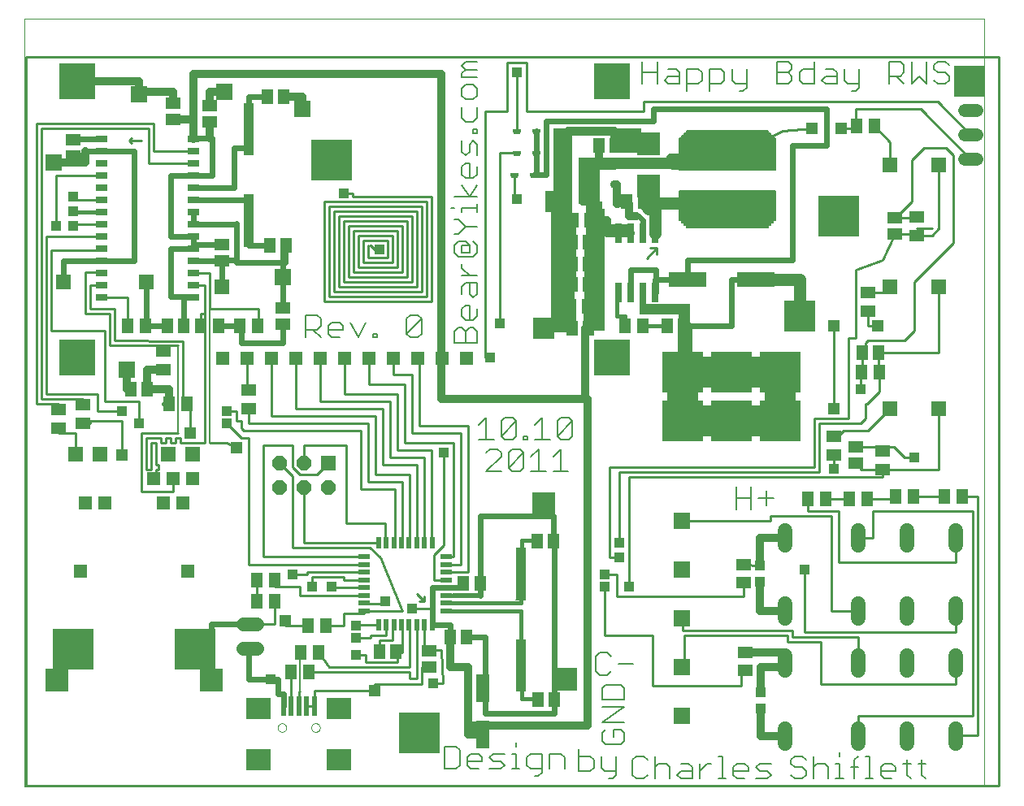
<source format=gtl>
G75*
G70*
%OFA0B0*%
%FSLAX24Y24*%
%IPPOS*%
%LPD*%
%AMOC8*
5,1,8,0,0,1.08239X$1,22.5*
%
%ADD10C,0.0000*%
%ADD11R,0.1110X0.0220*%
%ADD12C,0.0080*%
%ADD13R,0.0140X0.0020*%
%ADD14R,0.0260X0.0560*%
%ADD15R,0.2100X0.0400*%
%ADD16R,0.0500X0.0400*%
%ADD17R,0.0600X0.0900*%
%ADD18R,0.0600X0.0500*%
%ADD19R,0.0900X0.0500*%
%ADD20R,0.0600X0.5000*%
%ADD21R,0.3900X0.0400*%
%ADD22R,0.0900X0.1600*%
%ADD23R,0.0600X0.0400*%
%ADD24R,0.0500X0.0200*%
%ADD25R,0.0800X0.4800*%
%ADD26R,0.0600X0.2600*%
%ADD27R,0.1700X0.0300*%
%ADD28R,0.1000X0.0800*%
%ADD29R,0.1100X0.0400*%
%ADD30R,0.0400X0.0300*%
%ADD31R,0.0500X0.0220*%
%ADD32R,0.0220X0.0500*%
%ADD33R,0.1660X0.1660*%
%ADD34R,0.0945X0.0945*%
%ADD35R,0.0554X0.0554*%
%ADD36R,0.0594X0.0594*%
%ADD37R,0.0512X0.0591*%
%ADD38R,0.0591X0.0512*%
%ADD39C,0.0520*%
%ADD40R,0.0984X0.0866*%
%ADD41R,0.0197X0.0787*%
%ADD42R,0.0512X0.0630*%
%ADD43R,0.0630X0.0512*%
%ADD44C,0.0600*%
%ADD45R,0.0600X0.0600*%
%ADD46OC8,0.0600*%
%ADD47R,0.0260X0.0800*%
%ADD48R,0.0320X0.0160*%
%ADD49R,0.0315X0.0197*%
%ADD50R,0.0315X0.0157*%
%ADD51R,0.0160X0.0320*%
%ADD52R,0.0197X0.0315*%
%ADD53R,0.0157X0.0315*%
%ADD54R,0.1575X0.0630*%
%ADD55R,0.0650X0.0650*%
%ADD56R,0.0394X0.0433*%
%ADD57R,0.0394X0.2067*%
%ADD58R,0.0394X0.0197*%
%ADD59R,0.0394X0.2165*%
%ADD60R,0.0500X0.0250*%
%ADD61C,0.0050*%
%ADD62R,0.0500X0.0300*%
%ADD63R,0.0551X0.1181*%
%ADD64C,0.0560*%
%ADD65C,0.0100*%
%ADD66C,0.0160*%
%ADD67R,0.0396X0.0396*%
%ADD68C,0.0240*%
%ADD69R,0.0475X0.0475*%
%ADD70C,0.0320*%
%ADD71C,0.0500*%
%ADD72R,0.0591X0.0591*%
%ADD73R,0.1266X0.1266*%
%ADD74R,0.1502X0.1502*%
%ADD75R,0.0886X0.0886*%
D10*
X000514Y000202D02*
X000514Y031698D01*
X039884Y031698D01*
X039884Y000202D01*
X000514Y000202D01*
X010904Y002631D02*
X010906Y002657D01*
X010912Y002683D01*
X010922Y002708D01*
X010935Y002731D01*
X010951Y002751D01*
X010971Y002769D01*
X010993Y002784D01*
X011016Y002796D01*
X011042Y002804D01*
X011068Y002808D01*
X011094Y002808D01*
X011120Y002804D01*
X011146Y002796D01*
X011170Y002784D01*
X011191Y002769D01*
X011211Y002751D01*
X011227Y002731D01*
X011240Y002708D01*
X011250Y002683D01*
X011256Y002657D01*
X011258Y002631D01*
X011256Y002605D01*
X011250Y002579D01*
X011240Y002554D01*
X011227Y002531D01*
X011211Y002511D01*
X011191Y002493D01*
X011169Y002478D01*
X011146Y002466D01*
X011120Y002458D01*
X011094Y002454D01*
X011068Y002454D01*
X011042Y002458D01*
X011016Y002466D01*
X010992Y002478D01*
X010971Y002493D01*
X010951Y002511D01*
X010935Y002531D01*
X010922Y002554D01*
X010912Y002579D01*
X010906Y002605D01*
X010904Y002631D01*
X012282Y002631D02*
X012284Y002657D01*
X012290Y002683D01*
X012300Y002708D01*
X012313Y002731D01*
X012329Y002751D01*
X012349Y002769D01*
X012371Y002784D01*
X012394Y002796D01*
X012420Y002804D01*
X012446Y002808D01*
X012472Y002808D01*
X012498Y002804D01*
X012524Y002796D01*
X012548Y002784D01*
X012569Y002769D01*
X012589Y002751D01*
X012605Y002731D01*
X012618Y002708D01*
X012628Y002683D01*
X012634Y002657D01*
X012636Y002631D01*
X012634Y002605D01*
X012628Y002579D01*
X012618Y002554D01*
X012605Y002531D01*
X012589Y002511D01*
X012569Y002493D01*
X012547Y002478D01*
X012524Y002466D01*
X012498Y002458D01*
X012472Y002454D01*
X012446Y002454D01*
X012420Y002458D01*
X012394Y002466D01*
X012370Y002478D01*
X012349Y002493D01*
X012329Y002511D01*
X012313Y002531D01*
X012300Y002554D01*
X012290Y002579D01*
X012284Y002605D01*
X012282Y002631D01*
D11*
X018629Y008062D03*
D12*
X023954Y005559D02*
X023954Y004945D01*
X024107Y004792D01*
X024414Y004792D01*
X024568Y004945D01*
X024875Y005252D02*
X025489Y005252D01*
X024568Y005559D02*
X024414Y005712D01*
X024107Y005712D01*
X023954Y005559D01*
X024357Y004397D02*
X024203Y004243D01*
X024203Y003783D01*
X025124Y003783D01*
X025124Y004243D01*
X024971Y004397D01*
X024357Y004397D01*
X024203Y003476D02*
X025124Y003476D01*
X024203Y002862D01*
X025124Y002862D01*
X024971Y002555D02*
X024664Y002555D01*
X024664Y002248D01*
X024357Y001942D02*
X024971Y001942D01*
X025124Y002095D01*
X025124Y002402D01*
X024971Y002555D01*
X024357Y002555D02*
X024203Y002402D01*
X024203Y002095D01*
X024357Y001942D01*
X024175Y001455D02*
X024175Y000995D01*
X024328Y000842D01*
X024789Y000842D01*
X024789Y000688D02*
X024635Y000535D01*
X024482Y000535D01*
X024789Y000688D02*
X024789Y001455D01*
X025454Y001309D02*
X025454Y000695D01*
X025607Y000542D01*
X025914Y000542D01*
X026068Y000695D01*
X026375Y000542D02*
X026375Y001462D01*
X026528Y001155D02*
X026835Y001155D01*
X026989Y001002D01*
X026989Y000542D01*
X027296Y000695D02*
X027449Y000848D01*
X027909Y000848D01*
X027909Y001002D02*
X027756Y001155D01*
X027449Y001155D01*
X027296Y000695D02*
X027449Y000542D01*
X027909Y000542D01*
X027909Y001002D01*
X028216Y001155D02*
X028216Y000542D01*
X028216Y000848D02*
X028523Y001155D01*
X028677Y001155D01*
X028984Y001462D02*
X029137Y001462D01*
X029137Y000542D01*
X028984Y000542D02*
X029290Y000542D01*
X029597Y000695D02*
X029597Y001002D01*
X029751Y001155D01*
X030058Y001155D01*
X030211Y001002D01*
X030211Y000848D01*
X029597Y000848D01*
X029597Y000695D02*
X029751Y000542D01*
X030058Y000542D01*
X030518Y000542D02*
X030978Y000542D01*
X031132Y000695D01*
X030978Y000848D01*
X030672Y000848D01*
X030518Y001002D01*
X030672Y001155D01*
X031132Y001155D01*
X031954Y001155D02*
X032107Y001002D01*
X032414Y001002D01*
X032568Y000848D01*
X032568Y000695D01*
X032414Y000542D01*
X032107Y000542D01*
X031954Y000695D01*
X031954Y001155D02*
X031954Y001309D01*
X032107Y001462D01*
X032414Y001462D01*
X032568Y001309D01*
X032875Y001462D02*
X032875Y000542D01*
X033489Y000542D02*
X033489Y001002D01*
X033335Y001155D01*
X033028Y001155D01*
X032875Y001002D01*
X033796Y001155D02*
X033949Y001155D01*
X033949Y000542D01*
X033796Y000542D02*
X034102Y000542D01*
X034563Y000542D02*
X034563Y001309D01*
X034716Y001462D01*
X035023Y001462D02*
X035177Y001462D01*
X035177Y000542D01*
X035330Y000542D02*
X035023Y000542D01*
X034716Y001002D02*
X034409Y001002D01*
X033949Y001462D02*
X033949Y001616D01*
X035637Y001002D02*
X035637Y000695D01*
X035790Y000542D01*
X036097Y000542D01*
X036251Y000848D02*
X035637Y000848D01*
X035637Y001002D02*
X035790Y001155D01*
X036097Y001155D01*
X036251Y001002D01*
X036251Y000848D01*
X036558Y001155D02*
X036865Y001155D01*
X036711Y001309D02*
X036711Y000695D01*
X036865Y000542D01*
X037325Y000695D02*
X037478Y000542D01*
X037325Y000695D02*
X037325Y001309D01*
X037172Y001155D02*
X037478Y001155D01*
X026528Y001155D02*
X026375Y001002D01*
X026068Y001309D02*
X025914Y001462D01*
X025607Y001462D01*
X025454Y001309D01*
X023868Y001302D02*
X023868Y000995D01*
X023714Y000842D01*
X023254Y000842D01*
X023254Y001762D01*
X023254Y001455D02*
X023714Y001455D01*
X023868Y001302D01*
X022665Y001402D02*
X022665Y000942D01*
X022665Y001402D02*
X022511Y001555D01*
X022051Y001555D01*
X022051Y000942D01*
X021744Y000942D02*
X021284Y000942D01*
X021130Y001095D01*
X021130Y001402D01*
X021284Y001555D01*
X021744Y001555D01*
X021744Y000788D01*
X021590Y000635D01*
X021437Y000635D01*
X020823Y000942D02*
X020516Y000942D01*
X020670Y000942D02*
X020670Y001555D01*
X020516Y001555D01*
X020209Y001555D02*
X019749Y001555D01*
X019596Y001402D01*
X019749Y001248D01*
X020056Y001248D01*
X020209Y001095D01*
X020056Y000942D01*
X019596Y000942D01*
X019289Y001248D02*
X018675Y001248D01*
X018675Y001095D02*
X018675Y001402D01*
X018828Y001555D01*
X019135Y001555D01*
X019289Y001402D01*
X019289Y001248D01*
X019135Y000942D02*
X018828Y000942D01*
X018675Y001095D01*
X018368Y001095D02*
X018214Y000942D01*
X017754Y000942D01*
X017754Y001862D01*
X018214Y001862D01*
X018368Y001709D01*
X018368Y001095D01*
X020670Y001862D02*
X020670Y002016D01*
X011814Y004102D02*
X011814Y005702D01*
X019454Y013142D02*
X020068Y013755D01*
X020068Y013909D01*
X019914Y014062D01*
X019607Y014062D01*
X019454Y013909D01*
X019461Y014442D02*
X019461Y015362D01*
X019154Y015055D01*
X019154Y014442D02*
X019768Y014442D01*
X020075Y014595D02*
X020689Y015209D01*
X020689Y014595D01*
X020535Y014442D01*
X020228Y014442D01*
X020075Y014595D01*
X020075Y015209D01*
X020228Y015362D01*
X020535Y015362D01*
X020689Y015209D01*
X020996Y014595D02*
X021149Y014595D01*
X021149Y014442D01*
X020996Y014442D01*
X020996Y014595D01*
X021456Y014442D02*
X022070Y014442D01*
X021763Y014442D02*
X021763Y015362D01*
X021456Y015055D01*
X022377Y015209D02*
X022377Y014595D01*
X022990Y015209D01*
X022990Y014595D01*
X022837Y014442D01*
X022530Y014442D01*
X022377Y014595D01*
X022523Y014062D02*
X022523Y013142D01*
X022216Y013142D02*
X022830Y013142D01*
X022216Y013755D02*
X022523Y014062D01*
X021602Y014062D02*
X021602Y013142D01*
X021296Y013142D02*
X021909Y013142D01*
X021296Y013755D02*
X021602Y014062D01*
X020989Y013909D02*
X020375Y013295D01*
X020528Y013142D01*
X020835Y013142D01*
X020989Y013295D01*
X020989Y013909D01*
X020835Y014062D01*
X020528Y014062D01*
X020375Y013909D01*
X020375Y013295D01*
X020068Y013142D02*
X019454Y013142D01*
X022377Y015209D02*
X022530Y015362D01*
X022837Y015362D01*
X022990Y015209D01*
X019074Y018425D02*
X019074Y018885D01*
X018921Y019039D01*
X018767Y019039D01*
X018614Y018885D01*
X018614Y018425D01*
X019074Y018425D02*
X018153Y018425D01*
X018153Y018885D01*
X018307Y019039D01*
X018460Y019039D01*
X018614Y018885D01*
X018614Y019346D02*
X018460Y019499D01*
X018460Y019806D01*
X018614Y019959D01*
X018767Y019959D01*
X018767Y019346D01*
X018614Y019346D02*
X018921Y019346D01*
X019074Y019499D01*
X019074Y019806D01*
X018921Y020266D02*
X018767Y020420D01*
X018767Y020880D01*
X018614Y020880D02*
X019074Y020880D01*
X019074Y020420D01*
X018921Y020266D01*
X018460Y020420D02*
X018460Y020727D01*
X018614Y020880D01*
X018767Y021187D02*
X018460Y021494D01*
X018460Y021647D01*
X018307Y021954D02*
X018153Y022108D01*
X018153Y022415D01*
X018307Y022568D01*
X018614Y022568D01*
X018767Y022415D01*
X018460Y022415D01*
X018460Y022108D01*
X018767Y022108D01*
X018767Y022415D01*
X018921Y022568D02*
X019074Y022415D01*
X019074Y022108D01*
X018921Y021954D01*
X018307Y021954D01*
X018307Y022875D02*
X018614Y023182D01*
X019074Y023182D01*
X018614Y023182D02*
X018307Y023489D01*
X018153Y023489D01*
X018460Y023796D02*
X018460Y023949D01*
X019074Y023949D01*
X019074Y023796D02*
X019074Y024103D01*
X019074Y024410D02*
X018153Y024410D01*
X018153Y023949D02*
X018000Y023949D01*
X018767Y024410D02*
X018460Y024870D01*
X018614Y025177D02*
X018460Y025330D01*
X018460Y025637D01*
X018614Y025791D01*
X018767Y025791D01*
X018767Y025177D01*
X018614Y025177D02*
X018921Y025177D01*
X019074Y025330D01*
X019074Y025637D01*
X019074Y026098D02*
X019074Y026558D01*
X018921Y026712D01*
X018767Y026558D01*
X018767Y026251D01*
X018614Y026098D01*
X018460Y026251D01*
X018460Y026712D01*
X018921Y027018D02*
X018921Y027172D01*
X019074Y027172D01*
X019074Y027018D01*
X018921Y027018D01*
X018921Y027479D02*
X018614Y027479D01*
X018460Y027632D01*
X018460Y028093D01*
X018614Y028400D02*
X018921Y028400D01*
X019074Y028553D01*
X019074Y028860D01*
X018921Y029013D01*
X018614Y029013D01*
X018460Y028860D01*
X018460Y028553D01*
X018614Y028400D01*
X019074Y028093D02*
X019074Y027632D01*
X018921Y027479D01*
X019074Y029320D02*
X018460Y029320D01*
X018460Y029474D01*
X018614Y029627D01*
X018460Y029781D01*
X018614Y029934D01*
X019074Y029934D01*
X019074Y029627D02*
X018614Y029627D01*
X019074Y024870D02*
X018767Y024410D01*
X018307Y022875D02*
X018153Y022875D01*
X018460Y021187D02*
X019074Y021187D01*
X016811Y019409D02*
X016197Y018795D01*
X016351Y018642D01*
X016658Y018642D01*
X016811Y018795D01*
X016811Y019409D01*
X016658Y019562D01*
X016351Y019562D01*
X016197Y019409D01*
X016197Y018795D01*
X014970Y018795D02*
X014970Y018642D01*
X014816Y018642D01*
X014816Y018795D01*
X014970Y018795D01*
X014509Y019255D02*
X014202Y018642D01*
X013896Y019255D01*
X013589Y019102D02*
X013589Y018948D01*
X012975Y018948D01*
X012975Y018795D02*
X012975Y019102D01*
X013128Y019255D01*
X013435Y019255D01*
X013589Y019102D01*
X013435Y018642D02*
X013128Y018642D01*
X012975Y018795D01*
X012668Y018642D02*
X012361Y018948D01*
X012514Y018948D02*
X012054Y018948D01*
X012054Y018642D02*
X012054Y019562D01*
X012514Y019562D01*
X012668Y019409D01*
X012668Y019102D01*
X012514Y018948D01*
X008114Y019802D02*
X008114Y014302D01*
X006814Y014702D02*
X006814Y018302D01*
X025854Y029042D02*
X025854Y029962D01*
X026468Y029962D02*
X026468Y029042D01*
X026775Y029195D02*
X026928Y029348D01*
X027389Y029348D01*
X027389Y029502D02*
X027389Y029042D01*
X026928Y029042D01*
X026775Y029195D01*
X026468Y029502D02*
X025854Y029502D01*
X026928Y029655D02*
X027235Y029655D01*
X027389Y029502D01*
X027696Y029655D02*
X028156Y029655D01*
X028309Y029502D01*
X028309Y029195D01*
X028156Y029042D01*
X027696Y029042D01*
X027696Y028735D02*
X027696Y029655D01*
X028616Y029655D02*
X029077Y029655D01*
X029230Y029502D01*
X029230Y029195D01*
X029077Y029042D01*
X028616Y029042D01*
X028616Y028735D02*
X028616Y029655D01*
X029537Y029655D02*
X029537Y029195D01*
X029690Y029042D01*
X030151Y029042D01*
X030151Y028888D02*
X029997Y028735D01*
X029844Y028735D01*
X030151Y028888D02*
X030151Y029655D01*
X031379Y029502D02*
X031839Y029502D01*
X031992Y029348D01*
X031992Y029195D01*
X031839Y029042D01*
X031379Y029042D01*
X031379Y029962D01*
X031839Y029962D01*
X031992Y029809D01*
X031992Y029655D01*
X031839Y029502D01*
X032299Y029502D02*
X032299Y029195D01*
X032453Y029042D01*
X032913Y029042D01*
X032913Y029962D01*
X032913Y029655D02*
X032453Y029655D01*
X032299Y029502D01*
X033220Y029195D02*
X033373Y029348D01*
X033834Y029348D01*
X033834Y029502D02*
X033834Y029042D01*
X033373Y029042D01*
X033220Y029195D01*
X033680Y029655D02*
X033834Y029502D01*
X033680Y029655D02*
X033373Y029655D01*
X034141Y029655D02*
X034141Y029195D01*
X034294Y029042D01*
X034755Y029042D01*
X034755Y028888D02*
X034601Y028735D01*
X034448Y028735D01*
X034755Y028888D02*
X034755Y029655D01*
X035982Y029348D02*
X036443Y029348D01*
X036596Y029502D01*
X036596Y029809D01*
X036443Y029962D01*
X035982Y029962D01*
X035982Y029042D01*
X036289Y029348D02*
X036596Y029042D01*
X036903Y029042D02*
X037210Y029348D01*
X037517Y029042D01*
X037517Y029962D01*
X037824Y029809D02*
X037824Y029655D01*
X037977Y029502D01*
X038284Y029502D01*
X038438Y029348D01*
X038438Y029195D01*
X038284Y029042D01*
X037977Y029042D01*
X037824Y029195D01*
X037824Y029809D02*
X037977Y029962D01*
X038284Y029962D01*
X038438Y029809D01*
X036903Y029962D02*
X036903Y029042D01*
X030318Y012512D02*
X030318Y011592D01*
X030318Y012052D02*
X029704Y012052D01*
X029704Y011592D02*
X029704Y012512D01*
X030625Y012052D02*
X031239Y012052D01*
X030932Y012359D02*
X030932Y011745D01*
D13*
X020724Y007832D03*
D14*
X025864Y019862D03*
D15*
X026764Y019802D03*
D16*
X027564Y019402D03*
X023964Y024002D03*
D17*
X027614Y018352D03*
D18*
X027614Y018752D03*
D19*
X024964Y023052D03*
D20*
X024014Y021402D03*
D21*
X025164Y025802D03*
D22*
X023664Y024902D03*
D23*
X027214Y025802D03*
D24*
X027264Y025602D03*
D25*
X022514Y021402D03*
D26*
X022514Y025902D03*
D27*
X023764Y027052D03*
D28*
X025314Y026602D03*
D29*
X025264Y027002D03*
D30*
X018914Y002552D03*
D31*
X017826Y007430D03*
X017826Y007745D03*
X017826Y008060D03*
X017826Y008375D03*
X017826Y008690D03*
X017826Y009005D03*
X017826Y009320D03*
X017826Y009635D03*
X014446Y009635D03*
X014446Y009320D03*
X014446Y009005D03*
X014446Y008690D03*
X014446Y008375D03*
X014446Y008060D03*
X014446Y007745D03*
X014446Y007430D03*
D32*
X015034Y006842D03*
X015349Y006842D03*
X015664Y006842D03*
X015979Y006842D03*
X016294Y006842D03*
X016609Y006842D03*
X016923Y006842D03*
X017238Y006842D03*
X017238Y010222D03*
X016923Y010222D03*
X016609Y010222D03*
X016294Y010222D03*
X015979Y010222D03*
X015664Y010222D03*
X015349Y010222D03*
X015034Y010222D03*
D33*
X007510Y005834D03*
X002510Y005834D03*
X016714Y002402D03*
X027514Y015202D03*
X029514Y015202D03*
X031514Y015202D03*
X031514Y017202D03*
X029514Y017202D03*
X027514Y017202D03*
X033914Y023602D03*
X013114Y025902D03*
D34*
X026114Y026568D03*
X026114Y024835D03*
X021814Y011802D03*
X022714Y004602D03*
X008185Y004584D03*
X001835Y004584D03*
D35*
X002810Y009034D03*
X003010Y011834D03*
X003810Y011834D03*
X005810Y012834D03*
X006610Y012834D03*
X007410Y012834D03*
X007010Y011834D03*
X006210Y011834D03*
X007210Y009034D03*
X008644Y017796D03*
X009644Y017796D03*
X010644Y017796D03*
X011644Y017796D03*
X012644Y017796D03*
X013644Y017796D03*
X014644Y017796D03*
X015644Y017796D03*
X016644Y017796D03*
X017644Y017796D03*
X018644Y017796D03*
D36*
X007410Y013834D03*
X006410Y013834D03*
X003610Y013834D03*
X002610Y013834D03*
X036030Y015702D03*
X037998Y015702D03*
X037998Y020702D03*
X036030Y020702D03*
X036030Y025702D03*
X037998Y025702D03*
D37*
X035549Y018002D03*
X034879Y018002D03*
X027549Y019102D03*
X026879Y019102D03*
X023649Y019002D03*
X022979Y019002D03*
X022929Y019902D03*
X023599Y019902D03*
X023649Y020802D03*
X022979Y020802D03*
X022979Y021652D03*
X023649Y021652D03*
X023649Y022552D03*
X022979Y022552D03*
X023029Y023452D03*
X023699Y023452D03*
X025229Y024202D03*
X025899Y024202D03*
X024749Y026502D03*
X024079Y026502D03*
X011149Y028502D03*
X010479Y028502D03*
X010579Y022402D03*
X011249Y022402D03*
X007049Y019102D03*
X006379Y019102D03*
X005549Y016502D03*
X004879Y016502D03*
X017979Y006352D03*
X018649Y006352D03*
X018529Y008552D03*
X019199Y008552D03*
X021559Y010292D03*
X022229Y010292D03*
X015749Y005752D03*
X015079Y005752D03*
X021569Y003792D03*
X022239Y003792D03*
D38*
X017114Y005117D03*
X017114Y005786D03*
X011114Y019167D03*
X011114Y019836D03*
X008614Y021767D03*
X008614Y022436D03*
X002514Y026067D03*
X002514Y026736D03*
X006614Y027567D03*
X006614Y028236D03*
X008114Y028136D03*
X008114Y027467D03*
X034614Y014136D03*
X034614Y013467D03*
X036214Y022867D03*
X036214Y023536D03*
D39*
X039070Y025956D02*
X039590Y025956D01*
X039590Y026956D02*
X039070Y026956D01*
X039070Y027956D02*
X039590Y027956D01*
D40*
X013423Y003418D03*
X013423Y001331D03*
X010116Y001331D03*
X010116Y003418D03*
D41*
X011140Y003517D03*
X011455Y003517D03*
X011770Y003517D03*
X012085Y003517D03*
X012400Y003517D03*
D42*
X012188Y004902D03*
X011440Y004902D03*
X011840Y005702D03*
X012588Y005702D03*
X012888Y006802D03*
X012140Y006802D03*
X010788Y007802D03*
X010040Y007802D03*
X010042Y008691D03*
X010790Y008691D03*
X007188Y015902D03*
X006440Y015902D03*
X005488Y019102D03*
X004740Y019102D03*
X007740Y019102D03*
X008488Y019102D03*
X009340Y019102D03*
X010088Y019102D03*
X025140Y019102D03*
X025888Y019102D03*
X034840Y017202D03*
X035588Y017202D03*
X036240Y012102D03*
X036988Y012102D03*
X038240Y012102D03*
X038988Y012102D03*
X035088Y012002D03*
X034340Y012002D03*
X033388Y012002D03*
X032640Y012002D03*
X034640Y027302D03*
X035388Y027302D03*
D43*
X037114Y023576D03*
X037114Y022828D03*
X035114Y020476D03*
X035114Y019728D03*
X033714Y014576D03*
X033714Y013828D03*
X035714Y013976D03*
X035714Y013228D03*
X030014Y009326D03*
X030014Y008578D03*
X030064Y005726D03*
X030064Y004978D03*
X009714Y015728D03*
X009714Y016476D03*
X006214Y017328D03*
X006214Y018076D03*
X002914Y015876D03*
X002914Y015128D03*
X001914Y014928D03*
X001914Y015676D03*
D44*
X031707Y010718D02*
X031707Y010118D01*
X031707Y007718D02*
X031707Y007118D01*
X031699Y005588D02*
X031699Y004988D01*
X031699Y002588D02*
X031699Y001988D01*
X034699Y001988D02*
X034699Y002588D01*
X036699Y002588D02*
X036699Y001988D01*
X038699Y001988D02*
X038699Y002588D01*
X038699Y004988D02*
X038699Y005588D01*
X038707Y007118D02*
X038707Y007718D01*
X036707Y007718D02*
X036707Y007118D01*
X036699Y005588D02*
X036699Y004988D01*
X034699Y004988D02*
X034699Y005588D01*
X034707Y007118D02*
X034707Y007718D01*
X034707Y010118D02*
X034707Y010718D01*
X036707Y010718D02*
X036707Y010118D01*
X038707Y010118D02*
X038707Y010718D01*
D45*
X012983Y013481D03*
D46*
X011983Y013481D03*
X011983Y012481D03*
X012983Y012481D03*
X010983Y012481D03*
X010983Y013481D03*
D47*
X024864Y020492D03*
X025364Y020492D03*
X025864Y020492D03*
X026364Y020492D03*
X026364Y022912D03*
X025864Y022912D03*
X025364Y022912D03*
X024864Y022912D03*
D48*
X021408Y025302D03*
X020620Y025302D03*
X020720Y026202D03*
X021508Y026202D03*
X021508Y027102D03*
X020720Y027102D03*
D49*
X020720Y027082D03*
X021508Y027082D03*
X021508Y026182D03*
X020720Y026182D03*
X020620Y025282D03*
X021408Y025282D03*
D50*
X020620Y025302D03*
X020720Y026202D03*
X020720Y027102D03*
D51*
X024714Y025695D03*
X024714Y024908D03*
X009714Y024120D03*
X009714Y026483D03*
X020864Y008233D03*
X020864Y005870D03*
D52*
X024694Y024908D03*
X024694Y025695D03*
D53*
X024714Y025695D03*
D54*
X027727Y021022D03*
X030522Y021022D03*
D55*
X027483Y011115D03*
X027483Y009115D03*
X027483Y007115D03*
X027483Y005115D03*
X027483Y003115D03*
X004714Y017302D03*
X011114Y021102D03*
X011914Y028002D03*
X008714Y028702D03*
X005214Y028602D03*
X001714Y025802D03*
D56*
X030664Y009286D03*
X030664Y008617D03*
X030714Y004086D03*
X030714Y003417D03*
D57*
X020864Y008872D03*
X009714Y023481D03*
D58*
X009714Y022447D03*
X020864Y009906D03*
D59*
X020864Y008922D03*
X020864Y005181D03*
X020864Y005181D03*
X009714Y023431D03*
X009714Y027172D03*
X009714Y027172D03*
D60*
X029343Y026017D03*
X029343Y024147D03*
D61*
X027670Y023261D02*
X027670Y023163D01*
X031016Y023163D01*
X031016Y023261D01*
X031115Y023261D01*
X031115Y023360D01*
X031213Y023360D01*
X031213Y023458D01*
X031312Y023458D01*
X031312Y024639D01*
X027375Y024639D01*
X027375Y023557D01*
X027375Y023458D01*
X027473Y023458D01*
X027473Y023360D01*
X027571Y023360D01*
X027571Y023261D01*
X027670Y023261D01*
X027670Y023260D02*
X031016Y023260D01*
X031016Y023211D02*
X027670Y023211D01*
X027571Y023308D02*
X031115Y023308D01*
X031115Y023357D02*
X027571Y023357D01*
X027473Y023405D02*
X031213Y023405D01*
X031213Y023454D02*
X027473Y023454D01*
X027375Y023502D02*
X031312Y023502D01*
X031312Y023551D02*
X027375Y023551D01*
X027375Y023599D02*
X031312Y023599D01*
X031312Y023648D02*
X027375Y023648D01*
X027375Y023697D02*
X031312Y023697D01*
X031312Y023745D02*
X027375Y023745D01*
X027375Y023794D02*
X031312Y023794D01*
X031312Y023842D02*
X027375Y023842D01*
X027375Y023891D02*
X031312Y023891D01*
X031312Y023939D02*
X027375Y023939D01*
X027375Y023988D02*
X031312Y023988D01*
X031312Y024036D02*
X027375Y024036D01*
X027375Y024085D02*
X031312Y024085D01*
X031312Y024133D02*
X027375Y024133D01*
X027375Y024182D02*
X031312Y024182D01*
X031312Y024231D02*
X027375Y024231D01*
X027375Y024279D02*
X031312Y024279D01*
X031312Y024328D02*
X027375Y024328D01*
X027375Y024376D02*
X031312Y024376D01*
X031312Y024425D02*
X027375Y024425D01*
X027375Y024473D02*
X031312Y024473D01*
X031312Y024522D02*
X027375Y024522D01*
X027375Y024570D02*
X031312Y024570D01*
X031312Y024619D02*
X027375Y024619D01*
X027375Y025525D02*
X027375Y026805D01*
X027473Y026805D01*
X027473Y026903D01*
X027571Y026903D01*
X027571Y027002D01*
X027670Y027002D01*
X027670Y027100D01*
X031016Y027100D01*
X031016Y027002D01*
X031115Y027002D01*
X031115Y026903D01*
X031213Y026903D01*
X031213Y026805D01*
X031312Y026805D01*
X031312Y025525D01*
X027375Y025525D01*
X027375Y025541D02*
X031312Y025541D01*
X031312Y025590D02*
X027375Y025590D01*
X027375Y025638D02*
X031312Y025638D01*
X031312Y025687D02*
X027375Y025687D01*
X027375Y025735D02*
X031312Y025735D01*
X031312Y025784D02*
X027375Y025784D01*
X027375Y025832D02*
X031312Y025832D01*
X031312Y025881D02*
X027375Y025881D01*
X027375Y025930D02*
X031312Y025930D01*
X031312Y025978D02*
X027375Y025978D01*
X027375Y026027D02*
X031312Y026027D01*
X031312Y026075D02*
X027375Y026075D01*
X027375Y026124D02*
X031312Y026124D01*
X031312Y026172D02*
X027375Y026172D01*
X027375Y026221D02*
X031312Y026221D01*
X031312Y026269D02*
X027375Y026269D01*
X027375Y026318D02*
X031312Y026318D01*
X031312Y026366D02*
X027375Y026366D01*
X027375Y026415D02*
X031312Y026415D01*
X031312Y026464D02*
X027375Y026464D01*
X027375Y026512D02*
X031312Y026512D01*
X031312Y026561D02*
X027375Y026561D01*
X027375Y026609D02*
X031312Y026609D01*
X031312Y026658D02*
X027375Y026658D01*
X027375Y026706D02*
X031312Y026706D01*
X031312Y026755D02*
X027375Y026755D01*
X027375Y026803D02*
X031312Y026803D01*
X031213Y026852D02*
X027473Y026852D01*
X027473Y026900D02*
X031213Y026900D01*
X031115Y026949D02*
X027571Y026949D01*
X027571Y026997D02*
X031115Y026997D01*
X031016Y027046D02*
X027670Y027046D01*
X027670Y027095D02*
X031016Y027095D01*
D62*
X007455Y026776D03*
X007455Y026276D03*
X007455Y025776D03*
X007455Y025276D03*
X007455Y024776D03*
X007455Y024276D03*
X007455Y023776D03*
X007455Y023276D03*
X007455Y022776D03*
X007455Y022276D03*
X007455Y021776D03*
X007455Y021276D03*
X007455Y020776D03*
X007455Y020276D03*
X003691Y020276D03*
X003691Y020776D03*
X003691Y021276D03*
X003691Y021776D03*
X003691Y022276D03*
X003691Y022776D03*
X003691Y023276D03*
X003691Y023776D03*
X003691Y024276D03*
X003691Y024776D03*
X003691Y025276D03*
X003691Y025776D03*
X003691Y026276D03*
X003691Y026776D03*
D63*
X019317Y004246D03*
X019317Y002357D03*
D64*
X010042Y005876D02*
X009482Y005876D01*
X009482Y006876D02*
X010042Y006876D01*
D65*
X009762Y006876D02*
X010788Y006876D01*
X010788Y007802D01*
X010790Y008402D02*
X010790Y008691D01*
X010790Y008402D02*
X011814Y008402D01*
X011814Y008060D01*
X014446Y008060D01*
X014446Y008375D02*
X013114Y008375D01*
X013114Y008402D01*
X013614Y008690D02*
X013614Y008802D01*
X012314Y008802D01*
X012314Y008402D01*
X012114Y008902D02*
X012114Y009005D01*
X014446Y009005D01*
X014446Y009320D02*
X009714Y009320D01*
X009714Y014502D01*
X009414Y014502D01*
X008814Y015102D01*
X009214Y015202D02*
X009414Y015202D01*
X009414Y014902D01*
X009514Y014802D01*
X014314Y014802D01*
X014314Y012402D01*
X015714Y012402D01*
X015714Y010222D01*
X015664Y010222D01*
X015979Y010222D02*
X016014Y010222D01*
X016014Y012702D01*
X014614Y012702D01*
X014614Y015102D01*
X009714Y015102D01*
X009714Y015728D01*
X009214Y015602D02*
X009214Y015202D01*
X009214Y015602D02*
X008814Y015602D01*
X009644Y016476D02*
X009644Y017796D01*
X010644Y017796D02*
X010644Y015402D01*
X014914Y015402D01*
X014914Y013002D01*
X016314Y013002D01*
X016314Y010222D01*
X016294Y010222D01*
X016609Y010222D02*
X016614Y010222D01*
X016614Y013402D01*
X015214Y013402D01*
X015214Y015702D01*
X011644Y015702D01*
X011644Y017796D01*
X012644Y017796D02*
X012644Y016002D01*
X015514Y016002D01*
X015514Y013702D01*
X016914Y013702D01*
X016914Y010222D01*
X016923Y010222D01*
X017214Y010222D02*
X017214Y014002D01*
X015814Y014002D01*
X015814Y016302D01*
X013644Y016302D01*
X013644Y017796D01*
X014644Y017796D02*
X014644Y016702D01*
X016114Y016702D01*
X016114Y014302D01*
X018114Y014302D01*
X018114Y009635D01*
X017826Y009635D01*
X017826Y009320D02*
X018014Y009320D01*
X018014Y009302D01*
X018414Y009302D01*
X018414Y014702D01*
X016414Y014702D01*
X016414Y017102D01*
X015644Y017102D01*
X015644Y017796D01*
X016644Y017796D02*
X016714Y017796D01*
X016714Y015002D01*
X018714Y015002D01*
X018714Y009002D01*
X017826Y009002D01*
X017826Y009005D01*
X017826Y008690D02*
X017314Y008690D01*
X017314Y009702D01*
X017714Y010102D01*
X017714Y013902D01*
X015314Y011002D02*
X013714Y011002D01*
X013714Y014202D01*
X011983Y014202D01*
X011983Y013481D01*
X011514Y013302D02*
X011814Y013002D01*
X012503Y013002D01*
X012983Y013481D01*
X011983Y012481D02*
X011983Y010222D01*
X015034Y010222D01*
X015314Y010222D02*
X015314Y011002D01*
X015314Y010222D02*
X015349Y010222D01*
X015114Y009602D02*
X014664Y010002D01*
X011514Y010002D01*
X011514Y012950D01*
X010983Y013481D01*
X011514Y013302D02*
X011514Y014202D01*
X010314Y014202D01*
X010314Y009635D01*
X014446Y009635D01*
X015114Y009602D02*
X016014Y007402D01*
X014986Y007430D01*
X014446Y007430D01*
X014446Y007302D01*
X013614Y007302D01*
X013614Y006802D01*
X012888Y006802D01*
X012140Y006802D02*
X011214Y006802D01*
X011214Y007002D01*
X010040Y007802D02*
X010040Y008691D01*
X010042Y008691D01*
X011514Y008902D02*
X012114Y008902D01*
X013614Y008690D02*
X014446Y008690D01*
X014446Y007745D02*
X014446Y007702D01*
X015314Y007702D01*
X015314Y007802D01*
X015349Y006842D02*
X015314Y006842D01*
X015349Y006842D02*
X015349Y006402D01*
X014714Y006402D01*
X014714Y006302D01*
X014114Y006302D01*
X014114Y006802D02*
X014114Y006842D01*
X015034Y006842D01*
X015614Y006842D02*
X015614Y006202D01*
X015079Y006202D01*
X015079Y005752D01*
X014514Y005602D02*
X014114Y005602D01*
X014514Y005602D02*
X014514Y005302D01*
X015814Y005302D01*
X015814Y005702D01*
X016014Y005702D01*
X016014Y006842D01*
X015979Y006842D01*
X016294Y006842D02*
X016314Y006842D01*
X016314Y005102D01*
X012998Y005112D01*
X012588Y005702D01*
X011840Y005702D02*
X011814Y005702D01*
X011455Y004902D02*
X011455Y003517D01*
X011770Y003517D02*
X011770Y004102D01*
X011814Y004102D01*
X012085Y003517D02*
X012400Y003517D01*
X012414Y003517D01*
X012414Y004152D01*
X014864Y004152D01*
X014864Y004402D01*
X016814Y004402D01*
X016814Y005117D01*
X017114Y005117D01*
X017114Y005786D02*
X016923Y005786D01*
X016914Y005802D02*
X017614Y005802D01*
X017664Y004452D01*
X017264Y004452D01*
X016614Y004652D02*
X016314Y004652D01*
X016314Y004902D01*
X012188Y004902D01*
X011455Y004902D02*
X011440Y004902D01*
X011140Y003517D02*
X011114Y003517D01*
X009762Y005876D02*
X009714Y005876D01*
X015614Y006842D02*
X015664Y006842D01*
X016609Y006842D02*
X016614Y006842D01*
X016614Y004652D01*
X015814Y005702D02*
X015749Y005702D01*
X015749Y005752D01*
X016914Y005802D02*
X016914Y006842D01*
X016923Y006842D01*
X017238Y007502D02*
X016414Y007502D01*
X016714Y007802D02*
X016914Y007802D01*
X016914Y008002D01*
X016914Y007802D02*
X016614Y008102D01*
X017214Y010222D02*
X017238Y010222D01*
X021814Y011302D02*
X021814Y011802D01*
X024514Y013302D02*
X032914Y013302D01*
X032914Y015302D01*
X034314Y015302D01*
X034314Y018602D01*
X034614Y018602D01*
X034614Y021402D01*
X035714Y021802D01*
X036214Y022867D01*
X037075Y022867D01*
X037114Y022828D01*
X037740Y022828D01*
X038014Y023102D01*
X038014Y025686D01*
X037998Y025702D01*
X038614Y026102D02*
X038614Y022502D01*
X037014Y020902D01*
X037014Y018902D01*
X036614Y018502D01*
X035114Y018502D01*
X035014Y018402D01*
X035014Y018136D01*
X034879Y018002D01*
X034879Y017202D01*
X034840Y017202D01*
X034814Y017176D01*
X034814Y016502D01*
X035014Y015902D02*
X035088Y015902D01*
X035588Y016402D01*
X035588Y017202D01*
X035549Y017202D01*
X035549Y018002D01*
X037998Y018002D01*
X037998Y020702D01*
X036030Y020702D02*
X035804Y020476D01*
X035114Y020476D01*
X035114Y019728D02*
X035114Y019102D01*
X035514Y019102D01*
X033714Y019102D02*
X033714Y015702D01*
X033114Y015102D02*
X034814Y015102D01*
X035014Y015302D01*
X035014Y015902D01*
X036030Y015702D02*
X035130Y014802D01*
X034114Y014802D01*
X033888Y014576D01*
X033714Y014576D01*
X033714Y013828D02*
X033714Y013252D01*
X033114Y013102D02*
X033114Y015102D01*
X034614Y014136D02*
X036179Y014136D01*
X036614Y013702D01*
X037014Y013702D01*
X037998Y013217D02*
X038014Y013202D01*
X035740Y013202D01*
X035714Y013228D01*
X034853Y013228D01*
X034614Y013467D01*
X034614Y014136D02*
X035553Y014136D01*
X035714Y013976D01*
X035714Y013228D02*
X035714Y012902D01*
X025314Y012902D01*
X025314Y008402D01*
X024814Y008002D02*
X030014Y008002D01*
X030014Y008578D01*
X030014Y009326D02*
X030664Y009286D01*
X032514Y009102D02*
X032514Y006552D01*
X038707Y006552D01*
X038707Y007418D01*
X038714Y009402D02*
X033914Y009402D01*
X033914Y011502D01*
X032640Y011502D01*
X032640Y012002D01*
X033388Y012002D02*
X034340Y012002D01*
X035088Y012002D02*
X036240Y012002D01*
X036240Y012102D01*
X036988Y012102D02*
X038240Y012102D01*
X038988Y012102D02*
X039614Y012102D01*
X039614Y002302D01*
X038699Y002302D01*
X038699Y002288D01*
X039414Y003102D02*
X039414Y011502D01*
X035314Y011502D01*
X035314Y010402D01*
X034707Y010402D01*
X034707Y010418D01*
X033614Y011302D02*
X033614Y007402D01*
X034707Y007402D01*
X034707Y007418D01*
X034699Y006352D02*
X034699Y005288D01*
X034699Y006352D02*
X032014Y006352D01*
X032014Y006602D01*
X027514Y006602D01*
X027514Y007115D01*
X027483Y007115D01*
X027564Y006402D02*
X031814Y006402D01*
X031814Y006152D01*
X033164Y006152D01*
X033164Y004402D01*
X038714Y004402D01*
X038714Y005288D01*
X038699Y005288D01*
X039414Y003102D02*
X034714Y003102D01*
X034714Y002288D01*
X034699Y002288D01*
X029914Y004352D02*
X026264Y004352D01*
X026264Y006402D01*
X024314Y006402D01*
X024314Y008402D01*
X024314Y008902D02*
X024814Y008902D01*
X024814Y008002D01*
X024914Y009602D02*
X024514Y009602D01*
X024514Y013302D01*
X024914Y013102D02*
X033114Y013102D01*
X033614Y011302D02*
X031114Y011302D01*
X031114Y011115D01*
X027483Y011115D01*
X024914Y010202D02*
X024914Y013102D01*
X019614Y017802D02*
X019414Y017802D01*
X019414Y027902D01*
X020314Y027902D01*
X020314Y029902D01*
X021114Y029902D01*
X021114Y027902D01*
X025914Y027902D01*
X025914Y028302D01*
X037984Y028302D01*
X039330Y026956D01*
X038614Y026102D02*
X038314Y026402D01*
X037414Y026402D01*
X036914Y025902D01*
X036914Y024202D01*
X036249Y023536D01*
X036214Y023536D01*
X037075Y023536D01*
X037114Y023576D01*
X037114Y023128D02*
X037740Y023128D01*
X036030Y025702D02*
X036030Y026660D01*
X035388Y027302D01*
X034640Y027302D02*
X034340Y027202D01*
X034014Y027202D01*
X034614Y027302D02*
X034614Y028002D01*
X037284Y028002D01*
X039330Y025956D01*
X034640Y027302D02*
X034614Y027302D01*
X032814Y027202D02*
X031614Y027117D01*
X029343Y026017D01*
X026454Y022302D02*
X026194Y022302D01*
X026454Y022302D02*
X026454Y022062D01*
X026454Y022302D02*
X026034Y021882D01*
X020714Y024302D02*
X020620Y024302D01*
X020620Y025302D01*
X020720Y026202D02*
X020014Y026202D01*
X020014Y019202D01*
X017644Y017796D02*
X017614Y017796D01*
X017614Y017702D01*
X017214Y020102D02*
X012814Y020102D01*
X012814Y024202D01*
X017014Y024202D01*
X017014Y020302D01*
X013014Y020302D01*
X013014Y024002D01*
X016814Y024002D01*
X016814Y020502D01*
X013214Y020502D01*
X013214Y023802D01*
X016614Y023802D01*
X016614Y020702D01*
X013414Y020702D01*
X013414Y023602D01*
X016414Y023602D01*
X016414Y020902D01*
X013614Y020902D01*
X013614Y023402D01*
X016214Y023402D01*
X016214Y021102D01*
X013814Y021102D01*
X013814Y023202D01*
X016014Y023202D01*
X016014Y021302D01*
X014014Y021302D01*
X014014Y023002D01*
X015814Y023002D01*
X015814Y021502D01*
X014214Y021502D01*
X014214Y022802D01*
X015614Y022802D01*
X015614Y021702D01*
X014414Y021702D01*
X014414Y022602D01*
X015414Y022602D01*
X015414Y021902D01*
X014614Y021902D01*
X014614Y022402D01*
X014664Y022402D02*
X014714Y022402D01*
X014864Y022252D01*
X015064Y022252D01*
X017214Y020102D02*
X017214Y024402D01*
X013964Y024402D01*
X013964Y024552D01*
X013614Y024552D01*
X008114Y021276D02*
X008114Y019802D01*
X010114Y019802D01*
X010114Y019102D01*
X010088Y019102D01*
X007914Y019602D02*
X007914Y020776D01*
X007455Y020776D01*
X007455Y021276D02*
X008114Y021276D01*
X007914Y019602D02*
X007740Y019602D01*
X007740Y019102D01*
X007914Y019602D02*
X007914Y014302D01*
X006914Y014302D01*
X006914Y014502D01*
X006714Y014502D01*
X006714Y014302D01*
X006514Y014302D01*
X006514Y014502D01*
X006314Y014502D01*
X006314Y014302D01*
X006114Y014302D01*
X006114Y014502D01*
X005514Y014502D01*
X005514Y013202D01*
X005714Y013202D01*
X005714Y014302D01*
X005914Y014302D01*
X005914Y013402D01*
X006014Y013402D01*
X006014Y013202D01*
X005914Y013202D01*
X005914Y012938D01*
X005810Y012834D01*
X005314Y012302D02*
X006610Y012302D01*
X006610Y012834D01*
X005314Y012302D02*
X005314Y014702D01*
X006814Y014702D01*
X007314Y014702D02*
X007314Y015802D01*
X007188Y015902D01*
X007020Y015902D01*
X007014Y015902D01*
X007020Y015902D02*
X007020Y018492D01*
X004214Y018502D01*
X004214Y019802D01*
X003214Y019802D01*
X003214Y020776D01*
X003691Y020776D01*
X003691Y021276D02*
X003691Y021302D01*
X003014Y021302D01*
X003014Y019602D01*
X004014Y019602D01*
X004014Y018302D01*
X006214Y018302D01*
X006214Y018076D01*
X006214Y018302D02*
X006814Y018302D01*
X004740Y019102D02*
X004740Y020276D01*
X003691Y020276D01*
X003814Y018902D02*
X001614Y018902D01*
X001614Y022202D01*
X003691Y022202D01*
X003691Y022276D01*
X003691Y022776D02*
X001414Y022776D01*
X001414Y016302D01*
X003514Y016302D01*
X003514Y015602D01*
X004514Y015602D01*
X005214Y016002D02*
X003814Y016002D01*
X003814Y018902D01*
X002914Y016102D02*
X001214Y016102D01*
X001214Y027202D01*
X005614Y027202D01*
X005614Y025776D01*
X007455Y025776D01*
X007455Y026276D02*
X005814Y026276D01*
X005814Y027402D01*
X001014Y027402D01*
X001014Y015902D01*
X001914Y015902D01*
X001914Y015676D01*
X001914Y015602D01*
X001914Y014928D02*
X001914Y014702D01*
X002610Y014702D01*
X002610Y013834D01*
X002914Y015128D02*
X003214Y015128D01*
X003214Y015202D01*
X004514Y015202D01*
X004514Y013802D01*
X005214Y015102D02*
X005214Y016002D01*
X002914Y016102D02*
X002914Y015876D01*
X008114Y014302D02*
X008814Y014302D01*
X009214Y014102D01*
X009644Y016476D02*
X009714Y016476D01*
X002514Y023202D02*
X002514Y023276D01*
X003691Y023276D01*
X003691Y024276D02*
X002514Y024276D01*
X002514Y024402D01*
X001814Y025276D02*
X001814Y023202D01*
X001814Y025276D02*
X003691Y025276D01*
X004914Y026602D02*
X004814Y026702D01*
X004914Y026802D01*
X004814Y026702D02*
X005314Y026702D01*
X000564Y030152D02*
X000564Y000252D01*
X040464Y000252D01*
X040464Y030152D01*
X000564Y030152D01*
X020714Y029502D02*
X020720Y029502D01*
X020720Y027102D01*
X037998Y015702D02*
X037998Y013217D01*
X038707Y010418D02*
X038714Y010418D01*
X038714Y009402D01*
X030064Y004978D02*
X029914Y004978D01*
X029914Y004352D01*
X027564Y005115D02*
X027564Y006402D01*
X027564Y005115D02*
X027483Y005115D01*
D66*
X021569Y003802D02*
X021569Y003792D01*
X021569Y003802D02*
X020914Y003802D01*
X020914Y005870D01*
X020864Y005870D01*
X020864Y007430D01*
X017826Y007430D01*
X017826Y007745D02*
X020864Y007745D01*
X020864Y008233D01*
X020914Y008233D01*
X020914Y010302D01*
X021559Y010302D01*
X021559Y010292D01*
X019199Y008060D02*
X017826Y008060D01*
X006440Y015902D02*
X006214Y015902D01*
X003691Y023776D02*
X002514Y023776D01*
X002514Y023802D01*
X024814Y020492D02*
X024814Y019502D01*
X025140Y019502D01*
X025140Y019102D01*
X025888Y019102D02*
X026879Y019102D01*
X024864Y020492D02*
X024814Y020492D01*
D67*
X020014Y019202D03*
X019614Y017802D03*
X017714Y013902D03*
X011514Y008902D03*
X012314Y008402D03*
X013114Y008402D03*
X014114Y006802D03*
X014114Y006302D03*
X014114Y005602D03*
X016414Y007502D03*
X015314Y007802D03*
X017264Y004452D03*
X010614Y004602D03*
X008814Y015102D03*
X008814Y015602D03*
X005214Y015102D03*
X004514Y015602D03*
X002514Y023202D03*
X002514Y023802D03*
X002514Y024402D03*
X001814Y023202D03*
X013614Y024552D03*
X015064Y022252D03*
X020714Y024302D03*
X020714Y029502D03*
X034814Y016502D03*
X037014Y013702D03*
X033714Y013252D03*
X032514Y009102D03*
X025314Y008402D03*
X024314Y008402D03*
X024314Y008902D03*
X024914Y009602D03*
X024914Y010202D03*
D68*
X022239Y010292D02*
X022239Y003792D01*
X022239Y003202D01*
X019414Y003202D01*
X019414Y004502D01*
X019414Y006352D01*
X018649Y006352D01*
X017979Y006352D02*
X017979Y006842D01*
X017238Y006842D01*
X017238Y007502D01*
X017238Y008375D01*
X017826Y008375D01*
X018529Y008375D01*
X018529Y008552D01*
X019199Y008552D02*
X019199Y008060D01*
X019214Y008552D02*
X019199Y008552D01*
X019214Y008552D02*
X019214Y011302D01*
X021814Y011302D01*
X022229Y011302D01*
X022229Y010292D01*
X022239Y010292D01*
X011140Y004002D02*
X011140Y003517D01*
X011140Y004002D02*
X010914Y004002D01*
X010914Y004602D01*
X010614Y004602D01*
X009714Y004602D01*
X009714Y005876D01*
X009762Y006876D02*
X008185Y006876D01*
X008185Y004584D01*
X009414Y018402D02*
X011114Y018402D01*
X011114Y019167D01*
X011114Y019836D02*
X011114Y021102D01*
X011114Y022402D01*
X011249Y022402D01*
X011214Y022402D01*
X011214Y021702D01*
X009214Y021702D01*
X009214Y021802D01*
X009214Y023276D01*
X009214Y023302D01*
X009214Y023276D02*
X007455Y023276D01*
X007455Y023776D01*
X007455Y024276D02*
X009714Y024276D01*
X009714Y024120D01*
X009714Y022402D01*
X010579Y022402D01*
X009214Y021802D02*
X008714Y021802D01*
X008714Y021776D01*
X008614Y021776D01*
X008614Y021767D01*
X008614Y020702D01*
X008614Y021776D02*
X007455Y021776D01*
X007455Y022276D02*
X007455Y022776D01*
X006514Y022776D01*
X006514Y025276D01*
X007455Y025276D01*
X008214Y025276D01*
X008214Y026802D01*
X008114Y026802D01*
X007514Y026802D01*
X007514Y026776D01*
X007455Y026776D01*
X009114Y026402D02*
X009714Y026402D01*
X009714Y026483D01*
X009714Y028502D01*
X010479Y028502D01*
X009114Y026402D02*
X009114Y024776D01*
X007455Y024776D01*
X005014Y026276D02*
X005014Y021776D01*
X003691Y021776D01*
X002114Y021776D01*
X002114Y020902D01*
X005514Y020902D02*
X005514Y019102D01*
X006379Y019102D01*
X005488Y019102D01*
X006514Y020302D02*
X006514Y022276D01*
X007455Y022276D01*
X007455Y022436D01*
X008614Y022436D01*
X007414Y020302D02*
X006514Y020302D01*
X007049Y020276D02*
X007049Y019102D01*
X007049Y020276D02*
X007455Y020276D01*
X007414Y020276D01*
X007414Y020302D01*
X008488Y019102D02*
X009340Y019102D01*
X009414Y019102D01*
X009414Y018402D01*
X002514Y026067D02*
X002514Y026102D01*
X003014Y026102D01*
X003014Y026276D01*
X003691Y026276D01*
X005014Y026276D01*
X003691Y026776D02*
X002514Y026776D01*
X002514Y026736D01*
X021408Y025302D02*
X021508Y025302D01*
X021914Y025302D01*
X021914Y027502D01*
X026314Y027502D01*
X026314Y028002D01*
X033414Y028002D01*
X033414Y026502D01*
X032014Y026502D01*
X032014Y021802D01*
X027727Y021802D01*
X027727Y021022D01*
X026364Y021022D01*
X026364Y020492D01*
X026414Y020492D01*
X026414Y021402D01*
X025364Y021402D01*
X025364Y020492D01*
X025864Y020492D02*
X025874Y020492D01*
X025874Y019702D01*
X027614Y019702D01*
X027614Y019102D01*
X027549Y019102D01*
X027734Y019102D01*
X029514Y019102D01*
X029514Y021022D01*
X030522Y021022D01*
X025864Y022912D02*
X025864Y023452D01*
X025714Y023602D01*
X025614Y023602D01*
X021508Y025302D02*
X021508Y026202D01*
X021508Y027102D01*
D69*
X032814Y027202D03*
X034014Y027202D03*
X033714Y019102D03*
X035514Y019102D03*
X033714Y015702D03*
X014864Y004152D03*
X011214Y007002D03*
X004514Y013802D03*
X007314Y014702D03*
X009214Y014102D03*
D70*
X006440Y015902D02*
X006440Y016502D01*
X005549Y016502D01*
X005549Y017328D01*
X006214Y017328D01*
X004714Y017302D02*
X004714Y016502D01*
X004879Y016502D01*
X003014Y025802D02*
X001714Y025802D01*
X003014Y025802D02*
X003014Y026276D01*
X005214Y028602D02*
X005214Y029158D01*
X002679Y029158D01*
X005214Y028702D02*
X005214Y028602D01*
X005214Y028702D02*
X006614Y028702D01*
X006614Y028236D01*
X006614Y027567D02*
X007455Y027567D01*
X007455Y026776D01*
X008114Y026802D02*
X008114Y027467D01*
X007455Y027567D02*
X007455Y029452D01*
X017614Y029452D01*
X017614Y017796D01*
X017614Y017702D02*
X017614Y016102D01*
X023514Y016102D01*
X023514Y019002D01*
X023599Y019002D01*
X023599Y019902D01*
X023649Y019902D01*
X023649Y020802D01*
X023649Y021652D01*
X023649Y022552D01*
X023699Y022552D01*
X023699Y023452D01*
X023699Y024202D01*
X023414Y024202D01*
X023414Y025695D01*
X024714Y025695D01*
X024079Y025702D02*
X024079Y026502D01*
X024714Y026568D02*
X024714Y027102D01*
X022814Y027102D01*
X022814Y023502D01*
X023029Y023502D01*
X023029Y023452D01*
X022979Y023452D01*
X022979Y022552D01*
X022979Y021652D01*
X022979Y020802D01*
X022929Y020802D01*
X022929Y019902D01*
X022979Y019902D01*
X022979Y019002D01*
X021814Y019002D01*
X023599Y019002D02*
X023649Y019002D01*
X023614Y016102D02*
X023614Y002702D01*
X018714Y002702D01*
X018714Y002357D01*
X019317Y002357D01*
X018714Y002702D02*
X018714Y005102D01*
X017979Y005102D01*
X017979Y006352D01*
X019414Y004502D02*
X019414Y004146D01*
X019317Y004246D01*
X027483Y003115D02*
X027483Y003102D01*
X030714Y003417D02*
X030719Y002287D01*
X031699Y002288D01*
X030714Y004086D02*
X030714Y005102D01*
X031699Y005102D01*
X031699Y005288D01*
X031699Y005726D01*
X030064Y005726D01*
X030664Y007402D02*
X031707Y007402D01*
X031707Y007418D01*
X030664Y007402D02*
X030664Y008617D01*
X030664Y009286D02*
X030664Y010418D01*
X031707Y010418D01*
X023614Y016102D02*
X023514Y016102D01*
X027734Y017982D02*
X027734Y019102D01*
X025364Y022912D02*
X024864Y022912D01*
X024414Y022912D01*
X024414Y023452D01*
X023699Y023452D01*
X024814Y024102D02*
X025229Y024202D01*
X025314Y024102D01*
X025314Y023602D01*
X025614Y023602D01*
X024814Y024102D02*
X024814Y024908D01*
X024714Y024908D01*
X024079Y025702D02*
X027014Y025702D01*
X027014Y026017D01*
X029343Y026017D01*
X026114Y026502D02*
X026114Y026568D01*
X024714Y026568D01*
X024749Y026502D02*
X026114Y026502D01*
X011914Y028002D02*
X011914Y028502D01*
X011149Y028502D01*
X008714Y028702D02*
X008114Y028702D01*
X008114Y028136D01*
D71*
X025899Y024202D02*
X026114Y023902D01*
X026364Y023902D01*
X026364Y022912D01*
X026114Y023902D02*
X026114Y024835D01*
X025899Y024202D02*
X025999Y024147D01*
X029343Y024147D01*
X030522Y021022D02*
X032314Y021022D01*
X032314Y019502D01*
D72*
X008614Y020702D03*
X005514Y020902D03*
X002114Y020902D03*
D73*
X027514Y016202D03*
X028514Y015202D03*
X030514Y015202D03*
X031514Y016202D03*
X030514Y017202D03*
X028514Y017202D03*
X032314Y019502D03*
X039264Y029152D03*
D74*
X024609Y029158D03*
X024609Y017800D03*
X002679Y017800D03*
X002679Y029158D03*
D75*
X021814Y019002D03*
X022314Y024202D03*
M02*

</source>
